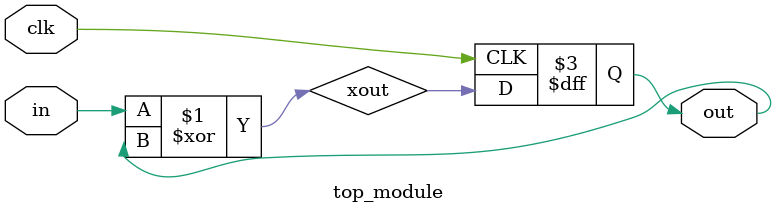
<source format=v>
module top_module (
    input clk,
    input in, 
    output out);
    wire xout;
    assign xout=in^out;
    always@(posedge clk)
        begin
            out<=xout;
        end

endmodule

</source>
